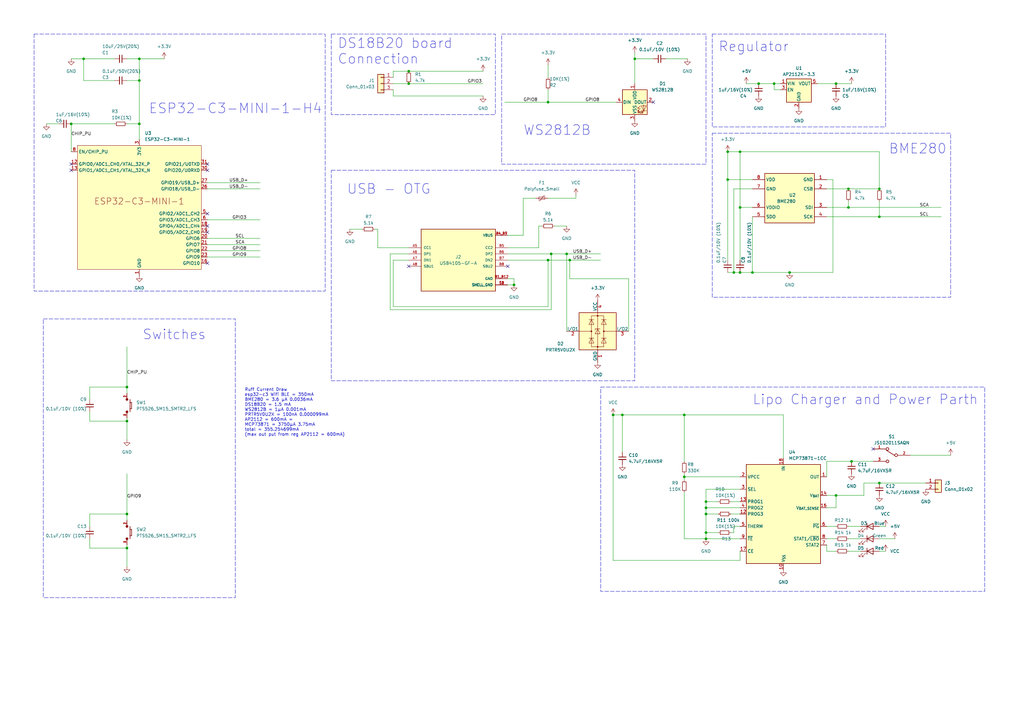
<source format=kicad_sch>
(kicad_sch (version 20230121) (generator eeschema)
  (paper "A3")
  (title_block (title "Arsnic V2"))
  (junction (at 311.15 34.29))
  (junction (at 260.35 24.13))
  (junction (at 349.25 189.23))
  (junction (at 52.07 224.79))
  (junction (at 342.9 34.29))
  (junction (at 224.79 106.68))
  (junction (at 280.67 170.18))
  (junction (at 289.56 208.28))
  (junction (at 347.98 85.09))
  (junction (at 224.79 41.91))
  (junction (at 210.82 116.84))
  (junction (at 52.07 158.75))
  (junction (at 317.5 34.29))
  (junction (at 303.53 85.09))
  (junction (at 360.68 198.12))
  (junction (at 34.29 24.13))
  (junction (at 251.46 170.18))
  (junction (at 233.68 106.68))
  (junction (at 303.53 111.76))
  (junction (at 289.56 220.98))
  (junction (at 226.06 104.14))
  (junction (at 57.15 33.02))
  (junction (at 298.45 73.66))
  (junction (at 52.07 172.72))
  (junction (at 298.45 62.23))
  (junction (at 167.64 34.29))
  (junction (at 57.15 24.13))
  (junction (at 255.27 170.18))
  (junction (at 323.85 111.76))
  (junction (at 52.07 210.82))
  (junction (at 300.99 111.76))
  (junction (at 167.64 29.21))
  (junction (at 289.56 210.82))
  (junction (at 342.9 203.2))
  (junction (at 57.15 50.8))
  (junction (at 360.68 77.47))
  (junction (at 289.56 205.74))
  (junction (at 360.68 88.9))
  (junction (at 232.41 104.14))
  (junction (at 308.61 111.76))
  (junction (at 29.21 50.8))
  (junction (at 280.67 195.58))
  (junction (at 347.98 77.47))
  (junction (at 303.53 62.23))
  (junction (at 289.56 218.44))
  (no_connect (at 85.09 92.71))
  (no_connect (at 29.21 67.31))
  (no_connect (at 29.21 69.85))
  (no_connect (at 208.28 109.22))
  (no_connect (at 85.09 67.31))
  (no_connect (at 85.09 95.25))
  (no_connect (at 85.09 69.85))
  (no_connect (at 85.09 107.95))
  (no_connect (at 267.97 41.91))
  (no_connect (at 85.09 87.63))
  (no_connect (at 167.64 109.22))
  (no_connect (at 358.14 184.15))
  (wire (pts (xy 342.9 203.2) (xy 354.33 203.2)))
  (wire (pts (xy 67.31 24.13) (xy 57.15 24.13)))
  (wire (pts (xy 208.28 104.14) (xy 226.06 104.14)))
  (wire (pts (xy 347.98 85.09) (xy 339.09 85.09)))
  (wire (pts (xy 52.07 142.24) (xy 52.07 158.75)))
  (wire (pts (xy 222.25 92.71) (xy 220.98 92.71)))
  (wire (pts (xy 161.29 29.21) (xy 161.29 31.75)))
  (wire (pts (xy 57.15 33.02) (xy 57.15 50.8)))
  (wire (pts (xy 280.67 220.98) (xy 289.56 220.98)))
  (wire (pts (xy 308.61 77.47) (xy 300.99 77.47)))
  (wire (pts (xy 289.56 218.44) (xy 289.56 220.98)))
  (wire (pts (xy 339.09 215.9) (xy 342.9 215.9)))
  (wire (pts (xy 280.67 170.18) (xy 280.67 189.23)))
  (wire (pts (xy 360.68 220.98) (xy 367.03 220.98)))
  (wire (pts (xy 360.68 198.12) (xy 379.73 198.12)))
  (wire (pts (xy 36.83 163.83) (xy 36.83 158.75)))
  (wire (pts (xy 52.07 194.31) (xy 52.07 210.82)))
  (wire (pts (xy 251.46 170.18) (xy 255.27 170.18)))
  (wire (pts (xy 303.53 85.09) (xy 303.53 106.68)))
  (wire (pts (xy 260.35 21.59) (xy 260.35 24.13)))
  (wire (pts (xy 36.83 168.91) (xy 36.83 172.72)))
  (wire (pts (xy 300.99 111.76) (xy 303.53 111.76)))
  (wire (pts (xy 298.45 73.66) (xy 298.45 106.68)))
  (wire (pts (xy 224.79 36.83) (xy 224.79 41.91)))
  (wire (pts (xy 85.09 102.87) (xy 106.68 102.87)))
  (wire (pts (xy 289.56 218.44) (xy 294.64 218.44)))
  (wire (pts (xy 220.98 101.6) (xy 208.28 101.6)))
  (wire (pts (xy 347.98 220.98) (xy 353.06 220.98)))
  (wire (pts (xy 255.27 170.18) (xy 280.67 170.18)))
  (wire (pts (xy 36.83 158.75) (xy 52.07 158.75)))
  (wire (pts (xy 298.45 62.23) (xy 298.45 73.66)))
  (wire (pts (xy 226.06 104.14) (xy 232.41 104.14)))
  (wire (pts (xy 289.56 200.66) (xy 289.56 205.74)))
  (wire (pts (xy 19.05 50.8) (xy 24.13 50.8)))
  (wire (pts (xy 36.83 172.72) (xy 52.07 172.72)))
  (wire (pts (xy 339.09 77.47) (xy 347.98 77.47)))
  (wire (pts (xy 280.67 194.31) (xy 280.67 195.58)))
  (wire (pts (xy 289.56 200.66) (xy 303.53 200.66)))
  (wire (pts (xy 347.98 215.9) (xy 353.06 215.9)))
  (wire (pts (xy 52.07 171.45) (xy 52.07 172.72)))
  (wire (pts (xy 342.9 34.29) (xy 349.25 34.29)))
  (wire (pts (xy 306.07 34.29) (xy 311.15 34.29)))
  (wire (pts (xy 335.28 34.29) (xy 342.9 34.29)))
  (wire (pts (xy 303.53 229.87) (xy 251.46 229.87)))
  (wire (pts (xy 320.04 36.83) (xy 317.5 36.83)))
  (wire (pts (xy 220.98 92.71) (xy 220.98 101.6)))
  (wire (pts (xy 167.64 34.29) (xy 198.12 34.29)))
  (wire (pts (xy 52.07 172.72) (xy 52.07 180.34)))
  (wire (pts (xy 354.33 198.12) (xy 360.68 198.12)))
  (wire (pts (xy 308.61 88.9) (xy 308.61 111.76)))
  (wire (pts (xy 303.53 111.76) (xy 308.61 111.76)))
  (wire (pts (xy 160.02 104.14) (xy 160.02 127)))
  (wire (pts (xy 57.15 50.8) (xy 52.07 50.8)))
  (wire (pts (xy 208.28 106.68) (xy 224.79 106.68)))
  (wire (pts (xy 299.72 210.82) (xy 303.53 210.82)))
  (wire (pts (xy 52.07 223.52) (xy 52.07 224.79)))
  (wire (pts (xy 360.68 82.55) (xy 360.68 88.9)))
  (wire (pts (xy 161.29 29.21) (xy 167.64 29.21)))
  (wire (pts (xy 160.02 127) (xy 226.06 127)))
  (wire (pts (xy 154.94 101.6) (xy 167.64 101.6)))
  (wire (pts (xy 300.99 218.44) (xy 300.99 215.9)))
  (wire (pts (xy 342.9 208.28) (xy 342.9 203.2)))
  (wire (pts (xy 303.53 220.98) (xy 289.56 220.98)))
  (wire (pts (xy 85.09 90.17) (xy 106.68 90.17)))
  (wire (pts (xy 233.68 106.68) (xy 233.68 114.3)))
  (wire (pts (xy 321.31 187.96) (xy 321.31 170.18)))
  (wire (pts (xy 143.51 93.98) (xy 148.59 93.98)))
  (wire (pts (xy 360.68 77.47) (xy 360.68 62.23)))
  (wire (pts (xy 153.67 93.98) (xy 154.94 93.98)))
  (wire (pts (xy 360.68 226.06) (xy 363.22 226.06)))
  (wire (pts (xy 232.41 104.14) (xy 232.41 135.89)))
  (wire (pts (xy 167.64 29.21) (xy 198.12 29.21)))
  (wire (pts (xy 280.67 201.93) (xy 280.67 220.98)))
  (wire (pts (xy 339.09 73.66) (xy 341.63 73.66)))
  (wire (pts (xy 167.64 106.68) (xy 161.29 106.68)))
  (wire (pts (xy 227.33 92.71) (xy 232.41 92.71)))
  (wire (pts (xy 339.09 189.23) (xy 339.09 195.58)))
  (wire (pts (xy 52.07 158.75) (xy 52.07 161.29)))
  (wire (pts (xy 360.68 88.9) (xy 386.08 88.9)))
  (wire (pts (xy 233.68 114.3) (xy 257.81 114.3)))
  (wire (pts (xy 289.56 205.74) (xy 289.56 208.28)))
  (wire (pts (xy 373.38 186.69) (xy 389.89 186.69)))
  (wire (pts (xy 36.83 220.98) (xy 36.83 224.79)))
  (wire (pts (xy 299.72 218.44) (xy 300.99 218.44)))
  (wire (pts (xy 339.09 88.9) (xy 360.68 88.9)))
  (wire (pts (xy 85.09 97.79) (xy 106.68 97.79)))
  (wire (pts (xy 255.27 170.18) (xy 255.27 185.42)))
  (wire (pts (xy 300.99 77.47) (xy 300.99 111.76)))
  (wire (pts (xy 339.09 203.2) (xy 342.9 203.2)))
  (wire (pts (xy 303.53 85.09) (xy 308.61 85.09)))
  (wire (pts (xy 289.56 208.28) (xy 303.53 208.28)))
  (wire (pts (xy 236.22 80.01) (xy 236.22 81.28)))
  (wire (pts (xy 161.29 34.29) (xy 167.64 34.29)))
  (wire (pts (xy 289.56 210.82) (xy 294.64 210.82)))
  (wire (pts (xy 36.83 210.82) (xy 52.07 210.82)))
  (wire (pts (xy 36.83 215.9) (xy 36.83 210.82)))
  (wire (pts (xy 339.09 226.06) (xy 342.9 226.06)))
  (wire (pts (xy 208.28 114.3) (xy 210.82 114.3)))
  (wire (pts (xy 224.79 106.68) (xy 224.79 125.73)))
  (wire (pts (xy 298.45 111.76) (xy 300.99 111.76)))
  (wire (pts (xy 317.5 36.83) (xy 317.5 34.29)))
  (wire (pts (xy 257.81 114.3) (xy 257.81 135.89)))
  (wire (pts (xy 85.09 105.41) (xy 106.68 105.41)))
  (wire (pts (xy 207.01 41.91) (xy 224.79 41.91)))
  (wire (pts (xy 360.68 215.9) (xy 363.22 215.9)))
  (wire (pts (xy 341.63 73.66) (xy 341.63 111.76)))
  (wire (pts (xy 34.29 24.13) (xy 34.29 33.02)))
  (wire (pts (xy 323.85 111.76) (xy 341.63 111.76)))
  (wire (pts (xy 303.53 195.58) (xy 280.67 195.58)))
  (wire (pts (xy 347.98 77.47) (xy 360.68 77.47)))
  (wire (pts (xy 303.53 62.23) (xy 303.53 85.09)))
  (wire (pts (xy 289.56 210.82) (xy 289.56 218.44)))
  (wire (pts (xy 85.09 74.93) (xy 106.68 74.93)))
  (wire (pts (xy 208.28 96.52) (xy 214.63 96.52)))
  (wire (pts (xy 308.61 111.76) (xy 323.85 111.76)))
  (wire (pts (xy 29.21 50.8) (xy 29.21 62.23)))
  (wire (pts (xy 347.98 226.06) (xy 353.06 226.06)))
  (wire (pts (xy 85.09 77.47) (xy 106.68 77.47)))
  (wire (pts (xy 34.29 24.13) (xy 29.21 24.13)))
  (wire (pts (xy 224.79 26.67) (xy 224.79 31.75)))
  (wire (pts (xy 57.15 24.13) (xy 57.15 33.02)))
  (wire (pts (xy 161.29 125.73) (xy 224.79 125.73)))
  (wire (pts (xy 347.98 85.09) (xy 386.08 85.09)))
  (wire (pts (xy 224.79 106.68) (xy 233.68 106.68)))
  (wire (pts (xy 280.67 195.58) (xy 280.67 196.85)))
  (wire (pts (xy 214.63 81.28) (xy 219.71 81.28)))
  (wire (pts (xy 233.68 106.68) (xy 246.38 106.68)))
  (wire (pts (xy 347.98 82.55) (xy 347.98 85.09)))
  (wire (pts (xy 161.29 39.37) (xy 161.29 36.83)))
  (wire (pts (xy 52.07 210.82) (xy 52.07 213.36)))
  (wire (pts (xy 161.29 106.68) (xy 161.29 125.73)))
  (wire (pts (xy 161.29 39.37) (xy 198.12 39.37)))
  (wire (pts (xy 224.79 81.28) (xy 236.22 81.28)))
  (wire (pts (xy 167.64 104.14) (xy 160.02 104.14)))
  (wire (pts (xy 57.15 50.8) (xy 57.15 57.15)))
  (wire (pts (xy 46.99 50.8) (xy 29.21 50.8)))
  (wire (pts (xy 299.72 205.74) (xy 303.53 205.74)))
  (wire (pts (xy 273.05 24.13) (xy 281.94 24.13)))
  (wire (pts (xy 317.5 34.29) (xy 320.04 34.29)))
  (wire (pts (xy 339.09 226.06) (xy 339.09 223.52)))
  (wire (pts (xy 260.35 24.13) (xy 260.35 34.29)))
  (wire (pts (xy 226.06 127) (xy 226.06 104.14)))
  (wire (pts (xy 360.68 62.23) (xy 303.53 62.23)))
  (wire (pts (xy 289.56 208.28) (xy 289.56 210.82)))
  (wire (pts (xy 300.99 215.9) (xy 303.53 215.9)))
  (wire (pts (xy 294.64 205.74) (xy 289.56 205.74)))
  (wire (pts (xy 154.94 93.98) (xy 154.94 101.6)))
  (wire (pts (xy 232.41 104.14) (xy 246.38 104.14)))
  (wire (pts (xy 339.09 189.23) (xy 349.25 189.23)))
  (wire (pts (xy 298.45 73.66) (xy 308.61 73.66)))
  (wire (pts (xy 210.82 114.3) (xy 210.82 116.84)))
  (wire (pts (xy 298.45 62.23) (xy 303.53 62.23)))
  (wire (pts (xy 208.28 116.84) (xy 210.82 116.84)))
  (wire (pts (xy 260.35 24.13) (xy 267.97 24.13)))
  (wire (pts (xy 280.67 170.18) (xy 321.31 170.18)))
  (wire (pts (xy 57.15 24.13) (xy 52.07 24.13)))
  (wire (pts (xy 311.15 34.29) (xy 317.5 34.29)))
  (wire (pts (xy 214.63 96.52) (xy 214.63 81.28)))
  (wire (pts (xy 339.09 208.28) (xy 342.9 208.28)))
  (wire (pts (xy 36.83 224.79) (xy 52.07 224.79)))
  (wire (pts (xy 303.53 229.87) (xy 303.53 226.06)))
  (wire (pts (xy 46.99 24.13) (xy 34.29 24.13)))
  (wire (pts (xy 354.33 203.2) (xy 354.33 198.12)))
  (wire (pts (xy 251.46 170.18) (xy 251.46 229.87)))
  (wire (pts (xy 57.15 33.02) (xy 52.07 33.02)))
  (wire (pts (xy 224.79 41.91) (xy 252.73 41.91)))
  (wire (pts (xy 339.09 220.98) (xy 342.9 220.98)))
  (wire (pts (xy 52.07 224.79) (xy 52.07 232.41)))
  (wire (pts (xy 46.99 33.02) (xy 34.29 33.02)))
  (wire (pts (xy 349.25 189.23) (xy 358.14 189.23)))
  (wire (pts (xy 85.09 100.33) (xy 106.68 100.33)))
  (rectangle (start 205.74 13.97) (end 289.56 67.31) (stroke (width 0) (type dash)))
  (rectangle (start 135.89 13.97) (end 203.2 46.99) (stroke (width 0) (type dash)))
  (rectangle (start 17.78 130.81) (end 96.52 245.11) (stroke (width 0) (type dash)))
  (rectangle (start 135.89 69.85) (end 260.35 156.21) (stroke (width 0) (type dash)))
  (rectangle (start 246.38 158.75) (end 403.86 242.57) (stroke (width 0) (type dash)))
  (rectangle (start 292.1 54.61) (end 389.89 121.92) (stroke (width 0) (type dash)))
  (rectangle (start 13.97 13.97) (end 133.35 119.38) (stroke (width 0) (type dash)))
  (rectangle (start 292.1 13.97) (end 363.22 52.07) (stroke (width 0) (type dash)))
  (text "WS2812B" (at 214.63 55.88 0) (effects (font (size 4 4)) (justify left bottom)))
  (text "Regulator\n" (at 294.64 21.59 0) (effects (font (size 4 4)) (justify left bottom)))
  (text "Lipo Charger and Power Parth\n" (at 308.61 166.37 0) (effects (font (size 4 4)) (justify left bottom)))
  (text "USB - OTG" (at 142.24 80.01 0) (effects (font (size 4 4)) (justify left bottom)))
  (text "ESP32-C3-MINI-1-H4" (at 60.96 46.99 0) (effects (font (size 4 4)) (justify left bottom)))
  (text "BME280" (at 364.49 63.5 0) (effects (font (size 4 4)) (justify left bottom)))
  (text "Switches" (at 58.42 139.7 0) (effects (font (size 4 4)) (justify left bottom)))
  (text "Ruff Current Draw\nesp32-c3 Wifi BLE = 350mA\nBME280 = 3.6 μA 0.0036mA\nDS18B20 = 1.5 mA \nWS2812B = 1μA 0.001mA\nPRTR5V0U2X = 100nA 0.000099mA\nAP2112 = 600mA =\nMCP73871 = 3750μA 3.75mA\ntotal = 355.254699mA\n(max out put from reg AP2112 = 600mA)\n" (at 100.33 179.07 0) (effects (font (size 1.27 1.27)) (justify left bottom)))
  (text "DS18B20 board\nConnection" (at 138.43 26.67 0) (effects (font (size 4 4)) (justify left bottom)))
  (label "USB_D-" (at 93.98 77.47 0))
  (label "GPIO8" (at 95.25 102.87 0))
  (label "USB_D-" (at 234.95 106.68 0))
  (label "SCA" (at 96.52 100.33 0))
  (label "SCL" (at 96.52 97.79 0))
  (label "GPIO9" (at 95.25 105.41 0))
  (label "USB_D+" (at 234.95 104.14 0))
  (label "CHIP_PU" (at 52.07 153.67 0))
  (label "USB_D+" (at 93.98 74.93 0))
  (label "GPIO8" (at 240.03 41.91 0))
  (label "GPIO9" (at 52.07 204.47 0))
  (label "GPIO8" (at 214.63 41.91 0))
  (label "GPIO3" (at 191.77 34.29 0))
  (label "SCA" (at 377.19 85.09 0))
  (label "SCL" (at 377.19 88.9 0))
  (label "CHIP_PU" (at 29.21 55.88 0))
  (label "GPIO3" (at 95.25 90.17 0))
  (symbol (lib_id "power:+3.3V") (at 349.25 34.29 0) (unit 1)
    (property "Reference" "#PWR08" (effects hide))
    (property "Value" "+3.3V" (at 349.25 29.21 0))
  )
  (symbol (lib_id "Device:C_Small") (at 342.9 36.83 0) (unit 1)
    (property "Reference" "C5" (at 345.44 39.37 0) (effects (justify left)))
    (property "Value" "1uF/16V(10%)" (at 345.44 36.83 0) (effects (justify left)))
    (property "Footprint" "Capacitor_SMD:C_0402_1005Metric_Pad0.74x0.62mm_HandSolder" (effects hide))
    (property "Datasheet" "https://mm.digikey.com/Volume0/opasdata/d220001/medias/docus/609/CL05A105KO5NNNC_Spec_5-2-19.pdf" (effects hide))
    (property "oemPN" "CL05A105KO5NNNC" (effects hide))
    (property "DigiKeyPN" "1276-1067-1-ND" (effects hide))
    (property "DigiKeyPrice" "$0.17600" (effects hide))
    (property "ProductPage" "https://www.digikey.com.au/en/products/detail/samsung-electro-mechanics/CL05A105KO5NNNC/3886725" (effects hide))
  )
  (symbol (lib_id "power:GND") (at 245.11 148.59 0) (unit 1)
    (property "Reference" "#PWR023" (effects hide))
    (property "Value" "GND" (at 245.11 153.67 0))
  )
  (symbol (lib_id "power:+3.3V") (at 198.12 29.21 0) (unit 1)
    (property "Reference" "#PWR06" (effects hide))
    (property "Value" "+3.3V" (at 198.12 24.13 0))
  )
  (symbol (lib_id "Device:C_Small") (at 49.53 33.02 270) (unit 1)
    (property "Reference" "C3" (at 41.91 31.75 90) (effects (justify left)))
    (property "Value" "0.1uF/50V(20%)" (at 41.91 29.21 90) (effects (justify left)))
    (property "Footprint" "Capacitor_SMD:C_0402_1005Metric_Pad0.74x0.62mm_HandSolder" (effects hide))
    (property "Datasheet" "https://search.murata.co.jp/Ceramy/image/img/A01X/G101/ENG/GRM155R61H104ME14-01.pdf" (effects hide))
    (property "oemPN" "GRM155R61H104ME14D" (effects hide))
    (property "DigiKeyPN" "490-GRM155R61H104ME14DCT-ND" (effects hide))
    (property "DigiKeyPrice" "$0.17600" (effects hide))
    (property "ProductPage" "https://www.digikey.com.au/en/products/detail/murata-electronics/GRM155R71H104ME14D/4905181" (effects hide))
  )
  (symbol (lib_id "Device:R_Small") (at 347.98 80.01 180) (unit 1)
    (property "Reference" "R4" (at 350.52 78.74 0) (effects (justify right)))
    (property "Value" "4.7k" (at 350.52 81.28 0) (effects (justify right)))
    (property "Footprint" "Resistor_SMD:R_0402_1005Metric_Pad0.72x0.64mm_HandSolder" (effects hide))
    (property "Datasheet" "https://www.yageo.com/upload/media/product/productsearch/datasheet/rchip/PYu-RC_Group_51_RoHS_L_12.pdf" (effects hide))
    (property "oemPN" "RC0402FR-074K7L" (effects hide))
    (property "DigiKeyPN" "311-4.7KLRCT-ND" (effects hide))
    (property "DigiKeyPrice" "$0.17600" (effects hide))
    (property "ProductPage" "https://www.digikey.com.au/en/products/detail/yageo/RC0402FR-074K7L/2827563" (effects hide))
  )
  (symbol (lib_id "Device:LED") (at 356.87 215.9 0) (unit 1)
    (property "Reference" "D3" (at 354.33 214.63 0))
    (property "Value" "Blue" (at 360.68 214.63 0))
    (property "Footprint" "LED_SMD:LED_0201_0603Metric_Pad0.64x0.40mm_HandSolder" (effects hide))
    (property "Datasheet" "https://www.inolux-corp.com/datasheet/SMDLED/Mono%20Color%20Top%20View/IN-S63BT%20Series_V1.0.pdf" (effects hide))
    (property "oemPN" "IN-S63BT5B" (effects hide))
    (property "DigiKeyPN" "1830-1068-1-ND" (effects hide))
    (property "DigiKeyPrice" "$0.59400" (effects hide))
    (property "ProductPage" "https://www.digikey.com.au/en/products/detail/inolux/IN-S63BT5B/7604935" (effects hide))
  )
  (symbol (lib_id "power:GND") (at 323.85 111.76 0) (unit 1)
    (property "Reference" "#PWR019" (effects hide))
    (property "Value" "GND" (at 323.85 116.84 0))
  )
  (symbol (lib_id "power:GND") (at 289.56 220.98 0) (unit 1)
    (property "Reference" "#PWR032" (effects hide))
    (property "Value" "GND" (at 289.56 226.06 0))
  )
  (symbol (lib_id "power:GND") (at 52.07 232.41 0) (unit 1)
    (property "Reference" "#PWR034" (effects hide))
    (property "Value" "GND" (at 52.07 237.49 0))
  )
  (symbol (lib_id "Device:LED") (at 356.87 220.98 0) (unit 1)
    (property "Reference" "D4" (at 353.06 219.71 0))
    (property "Value" "Green" (at 360.68 219.71 0))
    (property "Footprint" "LED_SMD:LED_0201_0603Metric_Pad0.64x0.40mm_HandSolder" (effects hide))
    (property "Datasheet" "https://www.inolux-corp.com/datasheet/SMDLED/Mono%20Color%20Top%20View/IN-S63BT%20Series_V1.0.pdf" (effects hide))
    (property "oemPN" "IN-S63BTG" (effects hide))
    (property "DigiKeyPN" "1830-1069-1-ND" (effects hide))
    (property "DigiKeyPrice" "$0.57200" (effects hide))
    (property "ProductPage" "https://www.digikey.com.au/en/products/detail/inolux/IN-S63BTG/7604938" (effects hide))
  )
  (symbol (lib_id "power:GND") (at 57.15 113.03 0) (unit 1)
    (property "Reference" "#PWR020" (effects hide))
    (property "Value" "GND" (at 57.15 118.11 0))
  )
  (symbol (lib_id "Device:Polyfuse_Small") (at 222.25 81.28 90) (unit 1)
    (property "Reference" "F1" (at 222.25 74.93 90))
    (property "Value" "Polyfuse_Small" (at 222.25 77.47 90))
    (property "Footprint" "Fuse:Fuse_0805_2012Metric_Pad1.15x1.40mm_HandSolder" (effects hide))
    (property "Datasheet" "https://www.yageo.com/upload/media/product/productsearch/datasheet/cpc/pptc/SMD0603_1.pdf" (effects hide))
    (property "oemPN" "SMD0805B075TF" (effects hide))
    (property "DigiKeyPN" "13-SMD0805B075TFCT-ND" (effects hide))
    (property "DigiKeyPrice" "$0.20900" (effects hide))
    (property "ProductPage" "https://www.digikey.com.au/en/products/detail/yageo/SMD0805B075TF/15212932" (effects hide))
  )
  (symbol (lib_id "Device:R_Small") (at 224.79 92.71 270) (unit 1)
    (property "Reference" "R6" (at 224.79 87.63 90))
    (property "Value" "5.1k" (at 224.79 90.17 90))
    (property "Footprint" "Resistor_SMD:R_0402_1005Metric_Pad0.72x0.64mm_HandSolder" (effects hide))
    (property "Datasheet" "https://www.yageo.com/upload/media/product/productsearch/datasheet/rchip/PYu-RC_Group_51_RoHS_L_12.pdf" (effects hide))
    (property "oemPN" "RC0402FR-135K1L" (effects hide))
    (property "DigiKeyPN" "13-RC0402FR-135K1LCT-ND" (effects hide))
    (property "DigiKeyPrice" "$0.17600" (effects hide))
    (property "ProductPage" "https://www.digikey.com.au/en/products/detail/yageo/RC0402FR-135K1L/14286364" (effects hide))
  )
  (symbol (lib_id "JS102011SAQN:JS102011SAQN") (at 365.76 186.69 0) (unit 1)
    (property "Reference" "S1" (at 365.76 179.07 0))
    (property "Value" "JS102011SAQN" (at 365.76 181.61 0))
    (property "Footprint" "JS102011SAQN:SW_JS102011SAQN" (effects hide))
    (property "Datasheet" "https://www.ckswitches.com/media/1422/js.pdf" (effects hide))
    (property "oemPN" "JS102011SAQN" (effects hide))
    (property "DigiKeyPN" "401-1999-1-ND" (effects hide))
    (property "DigiKeyPrice" "$1.26500" (effects hide))
    (property "ProductPage" "https://www.digikey.com.au/en/products/detail/c-k/JS102011SAQN/1640095?s=N4IgTCBcDaIFIGUCMAGMKlIQQQIoDkQBdAXyA" (effects hide))
  )
  (symbol (lib_id "PCM_Espressif:ESP32-C3-MINI-1") (at 57.15 85.09 0) (unit 1)
    (property "Reference" "U3" (at 59.3441 54.61 0) (effects (justify left)))
    (property "Value" "ESP32-C3-MINI-1" (at 59.3441 57.15 0) (effects (justify left)))
    (property "Footprint" "PCM_Espressif:ESP32-C3-MINI-1_HandSoldering" (effects hide))
    (property "Datasheet" "https://www.espressif.com/sites/default/files/documentation/esp32-c3-mini-1_datasheet_en.pdf" (effects hide))
    (property "oemPN" "ESP32-C3-MINI-1-H4" (effects hide))
    (property "DigiKeyPN" "1965-ESP32-C3-MINI-1-H4CT-ND" (effects hide))
    (property "DigiKeyPrice" "$3.38800" (effects hide))
    (property "ProductPage" "https://www.digikey.com.au/en/products/detail/espressif-systems/ESP32-C3-MINI-1-H4/14548892" (effects hide))
  )
  (symbol (lib_id "power:GND") (at 52.07 180.34 0) (unit 1)
    (property "Reference" "#PWR025" (effects hide))
    (property "Value" "GND" (at 52.07 185.42 0))
  )
  (symbol (lib_id "Device:R_Small") (at 167.64 31.75 180) (unit 1)
    (property "Reference" "R1" (at 170.18 30.48 0) (effects (justify right)))
    (property "Value" "4.7k" (at 170.18 33.02 0) (effects (justify right)))
    (property "Footprint" "Resistor_SMD:R_0402_1005Metric_Pad0.72x0.64mm_HandSolder" (effects hide))
    (property "Datasheet" "https://www.yageo.com/upload/media/product/productsearch/datasheet/rchip/PYu-RC_Group_51_RoHS_L_12.pdf" (effects hide))
    (property "oemPN" "RC0402FR-074K7L" (effects hide))
    (property "DigiKeyPN" "311-4.7KLRCT-ND" (effects hide))
    (property "DigiKeyPrice" "$0.17600" (effects hide))
    (property "ProductPage" "https://www.digikey.com.au/en/products/detail/yageo/RC0402FR-074K7L/2827563" (effects hide))
  )
  (symbol (lib_id "power:+3.3V") (at 260.35 21.59 0) (unit 1)
    (property "Reference" "#PWR01" (effects hide))
    (property "Value" "+3.3V" (at 260.35 16.51 0))
  )
  (symbol (lib_id "Device:C_Small") (at 36.83 166.37 180) (unit 1)
    (property "Reference" "C9" (at 35.56 163.83 0) (effects (justify left)))
    (property "Value" "0.1uF/10V (10%)" (at 35.56 167.64 0) (effects (justify left)))
    (property "Footprint" "Capacitor_SMD:C_0402_1005Metric_Pad0.74x0.62mm_HandSolder" (effects hide))
    (property "Datasheet" "https://mm.digikey.com/Volume0/opasdata/d220001/medias/docus/609/CL05A104KP5NNNC_Spec.pdf" (effects hide))
    (property "oemPN" "CL05A104KP5NNNC" (effects hide))
    (property "DigiKeyPN" "1276-1022-1-ND" (effects hide))
    (property "DigiKeyPrice" "$0.17600" (effects hide))
    (property "ProductPage" "https://www.digikey.com.au/en/products/detail/samsung-electro-mechanics/CL05A104KP5NNNC/3886680" (effects hide))
  )
  (symbol (lib_id "Device:C_Small") (at 311.15 36.83 0) (unit 1)
    (property "Reference" "C4" (at 303.53 39.37 0) (effects (justify left)))
    (property "Value" "1uF/16V(10%)" (at 294.64 36.83 0) (effects (justify left)))
    (property "Footprint" "Capacitor_SMD:C_0402_1005Metric_Pad0.74x0.62mm_HandSolder" (effects hide))
    (property "Datasheet" "https://mm.digikey.com/Volume0/opasdata/d220001/medias/docus/609/CL05A105KO5NNNC_Spec_5-2-19.pdf" (effects hide))
    (property "oemPN" "CL05A105KO5NNNC" (effects hide))
    (property "DigiKeyPN" "1276-1067-1-ND" (effects hide))
    (property "DigiKeyPrice" "$0.17600" (effects hide))
    (property "ProductPage" "https://www.digikey.com.au/en/products/detail/samsung-electro-mechanics/CL05A105KO5NNNC/3886725" (effects hide))
  )
  (symbol (lib_id "Sensor:BME280") (at 323.85 81.28 0) (unit 1)
    (property "Reference" "U2" (at 326.39 80.01 0) (effects (justify right)))
    (property "Value" "BME280" (at 326.39 82.55 0) (effects (justify right)))
    (property "Footprint" "Package_LGA:Bosch_LGA-8_2.5x2.5mm_P0.65mm_ClockwisePinNumbering" (effects hide))
    (property "Datasheet" "https://www.bosch-sensortec.com/media/boschsensortec/downloads/datasheets/bst-bme280-ds002.pdf" (effects hide))
    (property "oemPN" "BME280" (effects hide))
    (property "DigiKeyPN" "828-1063-1-ND" (effects hide))
    (property "DigiKeyPrice" "$11.46200" (effects hide))
    (property "ProductPage" "https://www.digikey.com.au/en/products/detail/bosch-sensortec/BME280/6136306" (effects hide))
  )
  (symbol (lib_id "PTS526_SM15_SMTR2_LFS:PTS526_SM15_SMTR2_LFS") (at 52.07 218.44 270) (unit 1)
    (property "Reference" "SW2" (at 55.88 217.17 90) (effects (justify left)))
    (property "Value" "PTS526_SM15_SMTR2_LFS" (at 55.88 219.71 90) (effects (justify left)))
    (property "Footprint" "PTS526 SM15 SMTR2 LFS:PTS526SM15SMTR2LFS" (effects hide))
    (property "Datasheet" "https://www.ckswitches.com/media/2780/pts526.pdf" (effects hide))
    (property "oemPN" "PTS526 SM15 SMTR2 LFS" (effects hide))
    (property "DigiKeyPN" "CKN12220-1-ND" (effects hide))
    (property "DigiKeyPrice" "$0.25300" (effects hide))
    (property "ProductPage" "https://www.digikey.com.au/en/products/detail/c-k/PTS526-SM15-SMTR2-LFS/10056625" (effects hide))
  )
  (symbol (lib_id "power:+3.3V") (at 67.31 24.13 0) (unit 1)
    (property "Reference" "#PWR03" (effects hide))
    (property "Value" "+3.3V" (at 67.31 19.05 0))
  )
  (symbol (lib_id "Device:R_Small") (at 49.53 50.8 270) (unit 1)
    (property "Reference" "R3" (at 45.72 45.72 90) (effects (justify left)))
    (property "Value" "10K(1%)" (at 45.72 48.26 90) (effects (justify left)))
    (property "Footprint" "Capacitor_SMD:C_0402_1005Metric_Pad0.74x0.62mm_HandSolder" (effects hide))
    (property "Datasheet" "https://www.yageo.com/upload/media/product/productsearch/datasheet/rchip/PYu-RC_Group_51_RoHS_L_12.pdf" (effects hide))
    (property "oemPN" "RC0402FR-0710KL" (effects hide))
    (property "DigiKeyPN" "311-10.0KLRCT-ND" (effects hide))
    (property "DigiKeyPrice" "$0.17600" (effects hide))
    (property "ProductPage" "https://www.digikey.com.au/en/products/detail/yageo/RC0402FR-0710KL/726523" (effects hide))
  )
  (symbol (lib_id "Device:C_Small") (at 349.25 191.77 0) (unit 1)
    (property "Reference" "C11" (at 351.79 190.5063 0) (effects (justify left)))
    (property "Value" "4.7uF/16VX5R" (at 351.79 193.0463 0) (effects (justify left)))
    (property "Footprint" "Capacitor_SMD:C_0402_1005Metric_Pad0.74x0.62mm_HandSolder" (effects hide))
    (property "Datasheet" "https://datasheets.kyocera-avx.com/cx5r-KGM.pdf" (effects hide))
    (property "oemPN" "KGM05CR51C475MH" (effects hide))
    (property "DigiKeyPN" "478-CM05X5R475M16AHCT-ND" (effects hide))
    (property "DigiKeyPrice" "$0.39600" (effects hide))
    (property "ProductPage" "https://www.digikey.com.au/en/products/detail/kyocera-avx/KGM05CR51C475MH/17866303" (effects hide))
  )
  (symbol (lib_id "power:+5V") (at 367.03 220.98 0) (unit 1)
    (property "Reference" "#PWR036" (effects hide))
    (property "Value" "+5V" (at 367.03 215.9 0))
  )
  (symbol (lib_id "Device:C_Small") (at 360.68 200.66 0) (unit 1)
    (property "Reference" "C12" (at 363.22 199.3963 0) (effects (justify left)))
    (property "Value" "4.7uF/16VX5R" (at 363.22 201.9363 0) (effects (justify left)))
    (property "Footprint" "Capacitor_SMD:C_0402_1005Metric_Pad0.74x0.62mm_HandSolder" (effects hide))
    (property "Datasheet" "https://datasheets.kyocera-avx.com/cx5r-KGM.pdf" (effects hide))
    (property "oemPN" "KGM05CR51C475MH" (effects hide))
    (property "DigiKeyPN" "478-CM05X5R475M16AHCT-ND" (effects hide))
    (property "DigiKeyPrice" "$0.39600" (effects hide))
    (property "ProductPage" "https://www.digikey.com.au/en/products/detail/kyocera-avx/KGM05CR51C475MH/17866303" (effects hide))
  )
  (symbol (lib_id "power:GND") (at 210.82 116.84 0) (unit 1)
    (property "Reference" "#PWR021" (effects hide))
    (property "Value" "GND" (at 210.82 121.92 0))
  )
  (symbol (lib_id "Device:R_Small") (at 360.68 80.01 180) (unit 1)
    (property "Reference" "R5" (at 363.22 78.74 0) (effects (justify right)))
    (property "Value" "4.7k" (at 363.22 81.28 0) (effects (justify right)))
    (property "Footprint" "Resistor_SMD:R_0402_1005Metric_Pad0.72x0.64mm_HandSolder" (effects hide))
    (property "Datasheet" "https://www.yageo.com/upload/media/product/productsearch/datasheet/rchip/PYu-RC_Group_51_RoHS_L_12.pdf" (effects hide))
    (property "oemPN" "RC0402FR-074K7L" (effects hide))
    (property "DigiKeyPN" "311-4.7KLRCT-ND" (effects hide))
    (property "DigiKeyPrice" "$0.17600" (effects hide))
    (property "ProductPage" "https://www.digikey.com.au/en/products/detail/yageo/RC0402FR-074K7L/2827563" (effects hide))
  )
  (symbol (lib_id "power:GND") (at 349.25 194.31 0) (unit 1)
    (property "Reference" "#PWR028" (effects hide))
    (property "Value" "GND" (at 349.25 199.39 0))
  )
  (symbol (lib_id "Device:R_Small") (at 297.18 205.74 270) (unit 1)
    (property "Reference" "R10" (at 293.37 200.66 90) (effects (justify left)))
    (property "Value" "10K(1%)" (at 293.37 203.2 90) (effects (justify left)))
    (property "Footprint" "Capacitor_SMD:C_0402_1005Metric_Pad0.74x0.62mm_HandSolder" (effects hide))
    (property "Datasheet" "https://www.yageo.com/upload/media/product/productsearch/datasheet/rchip/PYu-RC_Group_51_RoHS_L_12.pdf" (effects hide))
    (property "oemPN" "RC0402FR-0710KL" (effects hide))
    (property "DigiKeyPN" "311-10.0KLRCT-ND" (effects hide))
    (property "DigiKeyPrice" "$0.17600" (effects hide))
    (property "ProductPage" "https://www.digikey.com.au/en/products/detail/yageo/RC0402FR-0710KL/726523" (effects hide))
  )
  (symbol (lib_id "Device:R_Small") (at 224.79 34.29 0) (unit 1)
    (property "Reference" "R2" (at 225.425 34.925 0) (effects (justify left)))
    (property "Value" "10K(1%)" (at 225.425 32.385 0) (effects (justify left)))
    (property "Footprint" "Capacitor_SMD:C_0402_1005Metric_Pad0.74x0.62mm_HandSolder" (effects hide))
    (property "Datasheet" "https://www.yageo.com/upload/media/product/productsearch/datasheet/rchip/PYu-RC_Group_51_RoHS_L_12.pdf" (effects hide))
    (property "oemPN" "RC0402FR-0710KL" (effects hide))
    (property "DigiKeyPN" "311-10.0KLRCT-ND" (effects hide))
    (property "DigiKeyPrice" "$0.17600" (effects hide))
    (property "ProductPage" "https://www.digikey.com.au/en/products/detail/yageo/RC0402FR-0710KL/726523" (effects hide))
  )
  (symbol (lib_id "power:VCC") (at 251.46 170.18 0) (unit 1)
    (property "Reference" "#PWR024" (effects hide))
    (property "Value" "VCC" (at 251.46 165.1 0))
  )
  (symbol (lib_id "power:GND") (at 255.27 190.5 0) (unit 1)
    (property "Reference" "#PWR027" (effects hide))
    (property "Value" "GND" (at 255.27 195.58 0))
  )
  (symbol (lib_id "power:GND") (at 29.21 24.13 0) (unit 1)
    (property "Reference" "#PWR02" (effects hide))
    (property "Value" "GND" (at 29.21 29.21 0))
  )
  (symbol (lib_id "Device:LED") (at 356.87 226.06 0) (unit 1)
    (property "Reference" "D5" (at 353.06 224.79 0))
    (property "Value" "Red" (at 360.68 224.79 0))
    (property "Footprint" "LED_SMD:LED_0201_0603Metric_Pad0.64x0.40mm_HandSolder" (effects hide))
    (property "Datasheet" "https://www.inolux-corp.com/datasheet/SMDLED/Mono%20Color%20Top%20View/IN-S63BT%20Series_V1.0.pdf" (effects hide))
    (property "oemPN" "IN-S63BTR" (effects hide))
    (property "DigiKeyPN" "1830-1072-1-ND" (effects hide))
    (property "DigiKeyPrice" "$0.59400" (effects hide))
    (property "ProductPage" "https://www.digikey.com.au/en/products/detail/inolux/IN-S63BTR/7604939" (effects hide))
  )
  (symbol (lib_id "Device:C_Small") (at 270.51 24.13 270) (unit 1)
    (property "Reference" "C2" (at 270.5036 17.78 90))
    (property "Value" "0.1uF/10V (10%)" (at 270.5036 20.32 90))
    (property "Footprint" "Capacitor_SMD:C_0402_1005Metric_Pad0.74x0.62mm_HandSolder" (effects hide))
    (property "Datasheet" "https://mm.digikey.com/Volume0/opasdata/d220001/medias/docus/609/CL05A104KP5NNNC_Spec.pdf" (effects hide))
    (property "oemPN" "CL05A104KP5NNNC" (effects hide))
    (property "DigiKeyPN" "1276-1022-1-ND" (effects hide))
    (property "DigiKeyPrice" "$0.17600" (effects hide))
    (property "ProductPage" "https://www.digikey.com.au/en/products/detail/samsung-electro-mechanics/CL05A104KP5NNNC/3886680" (effects hide))
  )
  (symbol (lib_id "power:GND") (at 360.68 203.2 0) (unit 1)
    (property "Reference" "#PWR030" (effects hide))
    (property "Value" "GND" (at 360.68 208.28 0))
  )
  (symbol (lib_id "Device:C_Small") (at 49.53 24.13 270) (unit 1)
    (property "Reference" "C1" (at 41.91 21.59 90) (effects (justify left)))
    (property "Value" "10uF/25V(20%)" (at 41.91 19.05 90) (effects (justify left)))
    (property "Footprint" "Capacitor_SMD:C_0603_1608Metric_Pad1.08x0.95mm_HandSolder" (effects hide))
    (property "Datasheet" "https://mm.digikey.com/Volume0/opasdata/d220001/medias/docus/658/CL10A106MA8NRNC_Spec.pdf" (effects hide))
    (property "oemPN" "CL10A106MA8NRNC" (effects hide))
    (property "DigiKeyPN" "1276-1869-1-ND " (effects hide))
    (property "DigiKeyPrice" "$0.46200" (effects hide))
    (property "ProductPage" "https://www.digikey.com.au/en/products/detail/samsung-electro-mechanics/CL10A106MA8NRNC/3887527" (effects hide))
  )
  (symbol (lib_id "power:GND") (at 260.35 49.53 0) (unit 1)
    (property "Reference" "#PWR013" (effects hide))
    (property "Value" "GND" (at 260.35 54.61 0))
  )
  (symbol (lib_id "power:GND") (at 232.41 92.71 0) (unit 1)
    (property "Reference" "#PWR017" (effects hide))
    (property "Value" "GND" (at 232.41 97.79 0))
  )
  (symbol (lib_id "Regulator_Linear:AP2112K-3.3") (at 327.66 36.83 0) (unit 1)
    (property "Reference" "U1" (at 327.66 27.94 0))
    (property "Value" "AP2112K-3.3" (at 327.66 30.48 0))
    (property "Footprint" "Package_TO_SOT_SMD:SOT-23-5" (effects hide))
    (property "Datasheet" "https://www.diodes.com/assets/Datasheets/AP2112.pdf" (effects hide))
    (property "oemPN" "AP2112K-3.3TRG1" (effects hide))
    (property "DigiKeyPN" "AP2112K-3.3TRG1DICT-ND" (effects hide))
    (property "DigiKeyPrice" "$0.62700" (effects hide))
    (property "ProductPage" "https://www.digikey.com.au/en/products/detail/diodes-incorporated/AP2112K-3-3TRG1/4470746?s=N4IgTCBcDaIIIAUwEZlgNIFoDMA6bIAugL5A" (effects hide))
  )
  (symbol (lib_id "Device:R_Small") (at 345.44 215.9 90) (unit 1)
    (property "Reference" "R12" (at 344.17 213.36 90))
    (property "Value" "1k" (at 347.98 213.36 90))
    (property "Footprint" "Resistor_SMD:R_0402_1005Metric_Pad0.72x0.64mm_HandSolder" (effects hide))
    (property "Datasheet" "https://www.yageo.com/upload/media/product/app/datasheet/rchip/pyu-rc_group_51_rohs_l.pdf" (effects hide))
    (property "oemPN" "RC0402FR-071KL" (effects hide))
    (property "DigiKeyPN" "311-1.00KLRCT-ND" (effects hide))
    (property "DigiKeyPrice" "$0.17600" (effects hide))
    (property "ProductPage" "https://www.digikey.com.au/en/products/detail/yageo/RC0402FR-071KL/726513" (effects hide))
  )
  (symbol (lib_id "power:GND") (at 281.94 24.13 0) (unit 1)
    (property "Reference" "#PWR04" (effects hide))
    (property "Value" "GND" (at 281.94 29.21 0))
  )
  (symbol (lib_id "Device:R_Small") (at 151.13 93.98 270) (unit 1)
    (property "Reference" "R7" (at 151.13 88.9 90))
    (property "Value" "5.1k" (at 151.13 91.44 90))
    (property "Footprint" "Resistor_SMD:R_0402_1005Metric_Pad0.72x0.64mm_HandSolder" (effects hide))
    (property "Datasheet" "https://www.yageo.com/upload/media/product/productsearch/datasheet/rchip/PYu-RC_Group_51_RoHS_L_12.pdf" (effects hide))
    (property "oemPN" "RC0402FR-135K1L" (effects hide))
    (property "DigiKeyPN" "13-RC0402FR-135K1LCT-ND" (effects hide))
    (property "DigiKeyPrice" "$0.17600" (effects hide))
    (property "ProductPage" "https://www.digikey.com.au/en/products/detail/yageo/RC0402FR-135K1L/14286364" (effects hide))
  )
  (symbol (lib_id "power:GND") (at 321.31 233.68 0) (unit 1)
    (property "Reference" "#PWR035" (effects hide))
    (property "Value" "GND" (at 321.31 238.76 0))
  )
  (symbol (lib_id "power:GND") (at 198.12 39.37 0) (unit 1)
    (property "Reference" "#PWR09" (effects hide))
    (property "Value" "GND" (at 198.12 44.45 0))
  )
  (symbol (lib_id "power:GND") (at 327.66 44.45 0) (unit 1)
    (property "Reference" "#PWR012" (effects hide))
    (property "Value" "GND" (at 327.66 49.53 0))
  )
  (symbol (lib_id "Device:C_Small") (at 303.53 109.22 0) (unit 1)
    (property "Reference" "C8" (at 304.8 107.95 90) (effects (justify left)))
    (property "Value" "0.1uF/10V (10%)" (at 307.34 107.95 90) (effects (justify left)))
    (property "Footprint" "Capacitor_SMD:C_0402_1005Metric_Pad0.74x0.62mm_HandSolder" (effects hide))
    (property "Datasheet" "https://mm.digikey.com/Volume0/opasdata/d220001/medias/docus/609/CL05A104KP5NNNC_Spec.pdf" (effects hide))
    (property "oemPN" "CL05A104KP5NNNC" (effects hide))
    (property "DigiKeyPN" "1276-1022-1-ND" (effects hide))
    (property "DigiKeyPrice" "$0.17600" (effects hide))
    (property "ProductPage" "https://www.digikey.com.au/en/products/detail/samsung-electro-mechanics/CL05A104KP5NNNC/3886680" (effects hide))
  )
  (symbol (lib_id "Battery_Management:MCP73871-1CC") (at 321.31 210.82 0) (unit 1)
    (property "Reference" "U4" (at 323.5041 185.42 0) (effects (justify left)))
    (property "Value" "MCP73871-1CC" (at 323.5041 187.96 0) (effects (justify left)))
    (property "Footprint" "Package_DFN_QFN:QFN-20-1EP_4x4mm_P0.5mm_EP2.5x2.5mm" (effects hide))
    (property "Datasheet" "https://ww1.microchip.com/downloads/en/DeviceDoc/MCP73871-Data-Sheet-20002090E.pdf" (effects hide))
    (property "oemPN" "MCP73871-1CCI/ML" (effects hide))
    (property "DigiKeyPN" "MCP73871-1CCI/ML-ND" (effects hide))
    (property "DigiKeyPrice" "$4.30100" (effects hide))
    (property "ProductPage" "https://www.digikey.com.au/en/products/detail/microchip-technology/MCP73871-1CCI-ML/7928181?s=N4IgTCBcDaILIGEAKB2AzADhQRgLTYQRAF0BfIA" (effects hide))
  )
  (symbol (lib_id "Connector_Generic:Conn_01x03") (at 156.21 34.29 0) (mirror y) (unit 1)
    (property "Reference" "J1" (at 153.67 33.02 0) (effects (justify left)))
    (property "Value" "Conn_01x03" (at 153.67 35.56 0) (effects (justify left)))
    (property "Footprint" "Connector_JST:JST_PH_S3B-PH-K_1x03_P2.00mm_Horizontal" (effects hide))
    (property "Datasheet" "https://www.jst-mfg.com/product/pdf/eng/ePH.pdf" (effects hide))
    (property "oemPN" "S3B-PH-K-S-GW" (effects hide))
    (property "DigiKeyPN" "S3B-PH-K-S-GW-ND" (effects hide))
    (property "DigiKeyPrice" "$0.62700" (effects hide))
    (property "ProductPage" "https://www.digikey.com.au/en/products/detail/jst-sales-america-inc/s3b-ph-k-s-gw/3868877" (effects hide))
  )
  (symbol (lib_id "Device:R_Small") (at 345.44 226.06 90) (unit 1)
    (property "Reference" "R15" (at 344.17 223.52 90))
    (property "Value" "1k" (at 347.98 223.52 90))
    (property "Footprint" "Resistor_SMD:R_0402_1005Metric_Pad0.72x0.64mm_HandSolder" (effects hide))
    (property "Datasheet" "https://www.yageo.com/upload/media/product/app/datasheet/rchip/pyu-rc_group_51_rohs_l.pdf" (effects hide))
    (property "oemPN" "RC0402FR-071KL" (effects hide))
    (property "DigiKeyPN" "311-1.00KLRCT-ND" (effects hide))
    (property "DigiKeyPrice" "$0.17600" (effects hide))
    (property "ProductPage" "https://www.digikey.com.au/en/products/detail/yageo/RC0402FR-071KL/726513" (effects hide))
  )
  (symbol (lib_id "PTS526_SM15_SMTR2_LFS:PTS526_SM15_SMTR2_LFS") (at 52.07 166.37 270) (unit 1)
    (property "Reference" "SW1" (at 55.88 165.1 90) (effects (justify left)))
    (property "Value" "PTS526_SM15_SMTR2_LFS" (at 55.88 167.64 90) (effects (justify left)))
    (property "Footprint" "PTS526 SM15 SMTR2 LFS:PTS526SM15SMTR2LFS" (effects hide))
    (property "Datasheet" "https://www.ckswitches.com/media/2780/pts526.pdf" (effects hide))
    (property "oemPN" "PTS526 SM15 SMTR2 LFS" (effects hide))
    (property "DigiKeyPN" "CKN12220-1-ND" (effects hide))
    (property "DigiKeyPrice" "$0.25300" (effects hide))
    (property "ProductPage" "https://www.digikey.com.au/en/products/detail/c-k/PTS526-SM15-SMTR2-LFS/10056625" (effects hide))
  )
  (symbol (lib_id "power:VCC") (at 363.22 226.06 0) (unit 1)
    (property "Reference" "#PWR033" (effects hide))
    (property "Value" "VCC" (at 367.03 226.06 0))
  )
  (symbol (lib_id "Device:C_Small") (at 255.27 187.96 0) (unit 1)
    (property "Reference" "C10" (at 257.81 186.6963 0) (effects (justify left)))
    (property "Value" "4.7uF/16VX5R" (at 257.81 189.2363 0) (effects (justify left)))
    (property "Footprint" "Capacitor_SMD:C_0402_1005Metric_Pad0.74x0.62mm_HandSolder" (effects hide))
    (property "Datasheet" "https://datasheets.kyocera-avx.com/cx5r-KGM.pdf" (effects hide))
    (property "oemPN" "KGM05CR51C475MH" (effects hide))
    (property "DigiKeyPN" "478-CM05X5R475M16AHCT-ND" (effects hide))
    (property "DigiKeyPrice" "$0.39600" (effects hide))
    (property "ProductPage" "https://www.digikey.com.au/en/products/detail/kyocera-avx/KGM05CR51C475MH/17866303" (effects hide))
  )
  (symbol (lib_id "power:+5V") (at 389.89 186.69 0) (unit 1)
    (property "Reference" "#PWR026" (effects hide))
    (property "Value" "+5V" (at 389.89 181.61 0))
  )
  (symbol (lib_id "Device:C_Small") (at 36.83 218.44 180) (unit 1)
    (property "Reference" "C13" (at 35.56 215.9 0) (effects (justify left)))
    (property "Value" "0.1uF/10V (10%)" (at 35.56 219.71 0) (effects (justify left)))
    (property "Footprint" "Capacitor_SMD:C_0402_1005Metric_Pad0.74x0.62mm_HandSolder" (effects hide))
    (property "Datasheet" "https://mm.digikey.com/Volume0/opasdata/d220001/medias/docus/609/CL05A104KP5NNNC_Spec.pdf" (effects hide))
    (property "oemPN" "CL05A104KP5NNNC" (effects hide))
    (property "DigiKeyPN" "1276-1022-1-ND" (effects hide))
    (property "DigiKeyPrice" "$0.17600" (effects hide))
    (property "ProductPage" "https://www.digikey.com.au/en/products/detail/samsung-electro-mechanics/CL05A104KP5NNNC/3886680" (effects hide))
  )
  (symbol (lib_id "power:GND") (at 143.51 93.98 0) (unit 1)
    (property "Reference" "#PWR018" (effects hide))
    (property "Value" "GND" (at 143.51 99.06 0))
  )
  (symbol (lib_id "Power_Protection:PRTR5V0U2X") (at 245.11 135.89 0) (unit 1)
    (property "Reference" "D2" (at 229.87 140.97 0))
    (property "Value" "PRTR5V0U2X" (at 229.87 143.51 0))
    (property "Footprint" "Package_TO_SOT_SMD:SOT-143" (effects hide))
    (property "Datasheet" "https://assets.nexperia.com/documents/data-sheet/PRTR5V0U2X.pdf" (effects hide))
    (property "oemPN" "PRTR5V0U2X,215" (effects hide))
    (property "DigiKeyPN" "1727-3884-1-ND" (effects hide))
    (property "DigiKeyPrice" "$0.89100" (effects hide))
    (property "ProductPage" "https://www.digikey.com.au/en/products/detail/nexperia-usa-inc/PRTR5V0U2X-215/1163690" (effects hide))
  )
  (symbol (lib_id "USB4105-GF-A:USB4105-GF-A") (at 187.96 106.68 0) (unit 1)
    (property "Reference" "J2" (at 187.96 105.41 0))
    (property "Value" "USB4105-GF-A" (at 187.96 107.95 0))
    (property "Footprint" "USB4105-GF-A:GCT_USB4105-GF-A" (effects hide))
    (property "Datasheet" "https://mm.digikey.com/Volume0/opasdata/d220001/medias/docus/5492/USB4105.pdf" (effects hide))
    (property "oemPN" "USB4105-GF-A" (effects hide))
    (property "DigiKeyPN" "2073-USB4105-GF-ACT-ND" (effects hide))
    (property "DigiKeyPrice" "$1.44100" (effects hide))
    (property "ProductPage" "https://www.digikey.com.au/en/products/detail/gct/USB4105-GF-A/11198441" (effects hide))
  )
  (symbol (lib_id "power:GND") (at 311.15 39.37 0) (unit 1)
    (property "Reference" "#PWR010" (effects hide))
    (property "Value" "GND" (at 311.15 44.45 0))
  )
  (symbol (lib_id "power:VCC") (at 363.22 215.9 0) (unit 1)
    (property "Reference" "#PWR031" (effects hide))
    (property "Value" "VCC" (at 363.22 210.82 0))
  )
  (symbol (lib_id "Device:R_Small") (at 280.67 191.77 180) (unit 1)
    (property "Reference" "R8" (at 283.21 190.5 0))
    (property "Value" "330K" (at 284.48 193.04 0))
    (property "Footprint" "Resistor_SMD:R_0402_1005Metric_Pad0.72x0.64mm_HandSolder" (effects hide))
    (property "Datasheet" "https://www.passivecomponent.com/wp-content/uploads/chipR/ASC_WR.pdf" (effects hide))
    (property "oemPN" "WR04X3303FTL" (effects hide))
    (property "DigiKeyPN" "1292-WR04X3303FTLCT-ND" (effects hide))
    (property "DigiKeyPrice" "$0.17600" (effects hide))
    (property "ProductPage" "https://www.digikey.com.au/en/products/detail/walsin-technology-corporation/WR04X3303FTL/13240644" (effects hide))
  )
  (symbol (lib_id "Device:C_Small") (at 26.67 50.8 270) (unit 1)
    (property "Reference" "C6" (at 22.86 49.53 90) (effects (justify left)))
    (property "Value" "1uF/16V(10%)" (at 22.86 46.99 90) (effects (justify left)))
    (property "Footprint" "Capacitor_SMD:C_0402_1005Metric_Pad0.74x0.62mm_HandSolder" (effects hide))
    (property "Datasheet" "https://mm.digikey.com/Volume0/opasdata/d220001/medias/docus/609/CL05A105KO5NNNC_Spec_5-2-19.pdf" (effects hide))
    (property "oemPN" "CL05A105KO5NNNC" (effects hide))
    (property "DigiKeyPN" "1276-1067-1-ND" (effects hide))
    (property "DigiKeyPrice" "$0.17600" (effects hide))
    (property "ProductPage" "https://www.digikey.com.au/en/products/detail/samsung-electro-mechanics/CL05A105KO5NNNC/3886725" (effects hide))
  )
  (symbol (lib_id "Device:C_Small") (at 298.45 109.22 0) (unit 1)
    (property "Reference" "C7" (at 297.18 107.95 90) (effects (justify left)))
    (property "Value" "0.1uF/10V (10%)" (at 294.64 107.95 90) (effects (justify left)))
    (property "Footprint" "Capacitor_SMD:C_0402_1005Metric_Pad0.74x0.62mm_HandSolder" (effects hide))
    (property "Datasheet" "https://mm.digikey.com/Volume0/opasdata/d220001/medias/docus/609/CL05A104KP5NNNC_Spec.pdf" (effects hide))
    (property "oemPN" "CL05A104KP5NNNC" (effects hide))
    (property "DigiKeyPN" "1276-1022-1-ND" (effects hide))
    (property "DigiKeyPrice" "$0.17600" (effects hide))
    (property "ProductPage" "https://www.digikey.com.au/en/products/detail/samsung-electro-mechanics/CL05A104KP5NNNC/3886680" (effects hide))
  )
  (symbol (lib_id "power:+3.3V") (at 224.79 26.67 0) (unit 1)
    (property "Reference" "#PWR05" (effects hide))
    (property "Value" "+3.3V" (at 224.79 21.59 0))
  )
  (symbol (lib_id "Device:R_Small") (at 345.44 220.98 90) (unit 1)
    (property "Reference" "R14" (at 344.17 218.44 90))
    (property "Value" "1k" (at 347.98 218.44 90))
    (property "Footprint" "Resistor_SMD:R_0402_1005Metric_Pad0.72x0.64mm_HandSolder" (effects hide))
    (property "Datasheet" "https://www.yageo.com/upload/media/product/app/datasheet/rchip/pyu-rc_group_51_rohs_l.pdf" (effects hide))
    (property "oemPN" "RC0402FR-071KL" (effects hide))
    (property "DigiKeyPN" "311-1.00KLRCT-ND" (effects hide))
    (property "DigiKeyPrice" "$0.17600" (effects hide))
    (property "ProductPage" "https://www.digikey.com.au/en/products/detail/yageo/RC0402FR-071KL/726513" (effects hide))
  )
  (symbol (lib_id "Connector_Generic:Conn_01x02") (at 384.81 198.12 0) (unit 1)
    (property "Reference" "J3" (at 387.35 198.12 0) (effects (justify left)))
    (property "Value" "Conn_01x02" (at 387.35 200.66 0) (effects (justify left)))
    (property "Footprint" "Connector_JST:JST_PH_S2B-PH-K_1x02_P2.00mm_Horizontal" (effects hide))
    (property "Datasheet" "https://www.jst-mfg.com/product/pdf/eng/ePH.pdf" (effects hide))
    (property "oemPN" "S2B-PH-K-S" (effects hide))
    (property "DigiKeyPN" "455-1719-ND" (effects hide))
    (property "DigiKeyPrice" "$0.30800" (effects hide))
    (property "ProductPage" "https://www.digikey.com.au/en/products/detail/jst-sales-america-inc/S2B-PH-K-S/926626" (effects hide))
  )
  (symbol (lib_id "power:+3.3V") (at 298.45 62.23 0) (unit 1)
    (property "Reference" "#PWR015" (effects hide))
    (property "Value" "+3.3V" (at 298.45 57.15 0))
  )
  (symbol (lib_id "LED:WS2812B") (at 260.35 41.91 0) (unit 1)
    (property "Reference" "D1" (at 271.78 34.29 0))
    (property "Value" "WS2812B" (at 271.78 36.83 0))
    (property "Footprint" "LED_SMD:LED_WS2812B_PLCC4_5.0x5.0mm_P3.2mm" (effects hide))
    (property "Datasheet" "https://cdn.sparkfun.com/datasheets/BreakoutBoards/WS2812B.pdf" (effects hide))
    (property "oemPN" "COM-16347" (effects hide))
    (property "DigiKeyPN" "1568-COM-16347CT-ND" (effects hide))
    (property "DigiKeyPrice" "$1.06700" (effects hide))
    (property "ProductPage" "https://www.digikey.com.au/en/products/detail/sparkfun-electronics/COM-16347/11630204" (effects hide))
  )
  (symbol (lib_id "power:GND") (at 19.05 50.8 0) (unit 1)
    (property "Reference" "#PWR014" (effects hide))
    (property "Value" "GND" (at 19.05 55.88 0))
  )
  (symbol (lib_id "power:GND") (at 342.9 39.37 0) (unit 1)
    (property "Reference" "#PWR011" (effects hide))
    (property "Value" "GND" (at 342.9 44.45 0))
  )
  (symbol (lib_id "power:+3.3V") (at 245.11 123.19 0) (unit 1)
    (property "Reference" "#PWR022" (effects hide))
    (property "Value" "+3.3V" (at 245.11 118.11 0))
  )
  (symbol (lib_id "power:+5V") (at 306.07 34.29 0) (unit 1)
    (property "Reference" "#PWR07" (effects hide))
    (property "Value" "+5V" (at 306.07 29.21 0))
  )
  (symbol (lib_id "Device:R_Small") (at 297.18 218.44 270) (unit 1)
    (property "Reference" "R13" (at 295.91 220.98 90) (effects (justify left)))
    (property "Value" "10K(1%)" (at 293.37 215.9 90) (effects (justify left)))
    (property "Footprint" "Capacitor_SMD:C_0402_1005Metric_Pad0.74x0.62mm_HandSolder" (effects hide))
    (property "Datasheet" "https://www.yageo.com/upload/media/product/productsearch/datasheet/rchip/PYu-RC_Group_51_RoHS_L_12.pdf" (effects hide))
    (property "oemPN" "RC0402FR-0710KL" (effects hide))
    (property "DigiKeyPN" "311-10.0KLRCT-ND" (effects hide))
    (property "DigiKeyPrice" "$0.17600" (effects hide))
    (property "ProductPage" "https://www.digikey.com.au/en/products/detail/yageo/RC0402FR-0710KL/726523" (effects hide))
  )
  (symbol (lib_id "power:VCC") (at 236.22 80.01 0) (unit 1)
    (property "Reference" "#PWR016" (effects hide))
    (property "Value" "VCC" (at 236.22 74.93 0))
  )
  (symbol (lib_id "power:GND") (at 379.73 200.66 0) (unit 1)
    (property "Reference" "#PWR029" (effects hide))
    (property "Value" "GND" (at 379.73 205.74 0))
  )
  (symbol (lib_id "Device:R_Small") (at 297.18 210.82 90) (unit 1)
    (property "Reference" "R11" (at 295.91 213.36 90))
    (property "Value" "100k" (at 300.99 213.36 90))
    (property "Footprint" "Resistor_SMD:R_0402_1005Metric_Pad0.72x0.64mm_HandSolder" (effects hide))
    (property "Datasheet" "https://www.yageo.com/upload/media/product/productsearch/datasheet/rchip/PYu-RC_Group_51_RoHS_L_12.pdf" (effects hide))
    (property "oemPN" "RC0402FR-07100KL" (effects hide))
    (property "DigiKeyPN" "311-100KLRCT-ND" (effects hide))
    (property "DigiKeyPrice" "$0.17600" (effects hide))
    (property "ProductPage" "https://www.digikey.com.au/en/products/detail/yageo/RC0402FR-07100KL/726526" (effects hide))
  )
  (symbol (lib_id "Device:R_Small") (at 280.67 199.39 180) (unit 1)
    (property "Reference" "R9" (at 276.86 198.12 0))
    (property "Value" "110K" (at 276.86 200.66 0))
    (property "Footprint" "Resistor_SMD:R_0402_1005Metric_Pad0.72x0.64mm_HandSolder" (effects hide))
    (property "Datasheet" "https://www.bourns.com/docs/product-datasheets/cr.pdf?sfvrsn=574d41f6_14" (effects hide))
    (property "oemPN" "CR0402-FX-1103GLF" (effects hide))
    (property "DigiKeyPN" "CR0402-FX-1103GLFCT-ND" (effects hide))
    (property "DigiKeyPrice" "$0.17600" (effects hide))
    (property "ProductPage" "https://www.digikey.com.au/en/products/detail/bourns-inc/CR0402-FX-1103GLF/3783108" (effects hide))
  )
)
</source>
